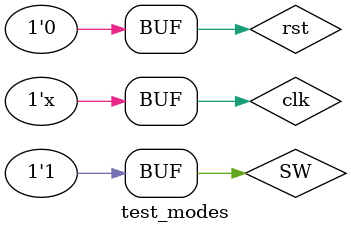
<source format=v>
`timescale 1ns / 1ps

module test_modes;

    // Inputs
    reg clk;
    reg rst;
    reg SW;
    // Outputs
    wire txd;
    wire [7:0] word;
    wire [9:0] counter;
    wire transmit_ready;
    
    // Instantiate the Unit Under Test (UUT)
    message_mode uut (
        .clk(clk), 
        .rst(rst), 
        .SW(SW), 
        .txd(txd),
        .word(word),
        .counter(counter),
        .transmit_ready(transmit_ready)
    );

    initial begin

        clk = 0;
        rst = 0;
        SW = 1;

    end
    
    always begin
        # 1 clk = ~clk;
    end

endmodule


</source>
